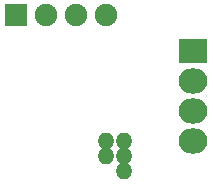
<source format=gbs>
G04 #@! TF.FileFunction,Soldermask,Bot*
%FSLAX46Y46*%
G04 Gerber Fmt 4.6, Leading zero omitted, Abs format (unit mm)*
G04 Created by KiCad (PCBNEW 4.0.7-e2-6376~58~ubuntu16.04.1) date Mon May 21 14:16:18 2018*
%MOMM*%
%LPD*%
G01*
G04 APERTURE LIST*
%ADD10C,0.100000*%
%ADD11R,2.432000X2.127200*%
%ADD12O,2.432000X2.127200*%
%ADD13O,1.400000X1.400000*%
%ADD14R,1.900000X1.900000*%
%ADD15O,1.900000X1.900000*%
G04 APERTURE END LIST*
D10*
D11*
X141732000Y-99568000D03*
D12*
X141732000Y-102108000D03*
X141732000Y-104648000D03*
X141732000Y-107188000D03*
D13*
X134366000Y-108458000D03*
D14*
X126746000Y-96520000D03*
D15*
X129286000Y-96520000D03*
X131826000Y-96520000D03*
X134366000Y-96520000D03*
D13*
X135890000Y-108458000D03*
X135890000Y-109728000D03*
X134366000Y-107188000D03*
X135890000Y-107188000D03*
M02*

</source>
